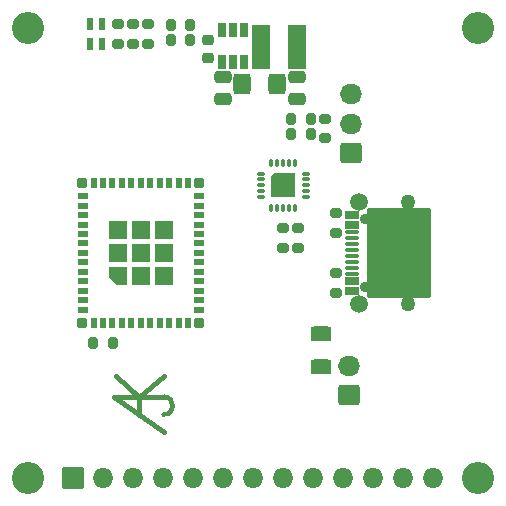
<source format=gbr>
%TF.GenerationSoftware,KiCad,Pcbnew,(6.0.2-0)*%
%TF.CreationDate,2022-03-18T09:55:05+00:00*%
%TF.ProjectId,Epaper154,45706170-6572-4313-9534-2e6b69636164,1*%
%TF.SameCoordinates,Original*%
%TF.FileFunction,Soldermask,Top*%
%TF.FilePolarity,Negative*%
%FSLAX46Y46*%
G04 Gerber Fmt 4.6, Leading zero omitted, Abs format (unit mm)*
G04 Created by KiCad (PCBNEW (6.0.2-0)) date 2022-03-18 09:55:05*
%MOMM*%
%LPD*%
G01*
G04 APERTURE LIST*
G04 Aperture macros list*
%AMRoundRect*
0 Rectangle with rounded corners*
0 $1 Rounding radius*
0 $2 $3 $4 $5 $6 $7 $8 $9 X,Y pos of 4 corners*
0 Add a 4 corners polygon primitive as box body*
4,1,4,$2,$3,$4,$5,$6,$7,$8,$9,$2,$3,0*
0 Add four circle primitives for the rounded corners*
1,1,$1+$1,$2,$3*
1,1,$1+$1,$4,$5*
1,1,$1+$1,$6,$7*
1,1,$1+$1,$8,$9*
0 Add four rect primitives between the rounded corners*
20,1,$1+$1,$2,$3,$4,$5,0*
20,1,$1+$1,$4,$5,$6,$7,0*
20,1,$1+$1,$6,$7,$8,$9,0*
20,1,$1+$1,$8,$9,$2,$3,0*%
%AMFreePoly0*
4,1,14,1.007071,1.007071,1.010000,1.000000,1.010000,-1.000000,1.007071,-1.007071,1.000000,-1.010000,-1.000000,-1.010000,-1.007071,-1.007071,-1.010000,-1.000000,-1.010000,0.750000,-1.007071,0.757071,-0.757071,1.007071,-0.750000,1.010000,1.000000,1.010000,1.007071,1.007071,1.007071,1.007071,$1*%
%AMFreePoly1*
4,1,14,0.732071,0.732071,0.735000,0.725000,0.735000,-0.725000,0.732071,-0.732071,0.725000,-0.735000,-0.725000,-0.735000,-0.732071,-0.732071,-0.735000,-0.725000,-0.735000,0.130500,-0.732071,0.137571,-0.137571,0.732071,-0.130500,0.735000,0.725000,0.735000,0.732071,0.732071,0.732071,0.732071,$1*%
G04 Aperture macros list end*
%ADD10C,0.450000*%
%ADD11C,2.720000*%
%ADD12RoundRect,0.072500X-0.287500X-0.062500X0.287500X-0.062500X0.287500X0.062500X-0.287500X0.062500X0*%
%ADD13RoundRect,0.072500X-0.062500X-0.287500X0.062500X-0.287500X0.062500X0.287500X-0.062500X0.287500X0*%
%ADD14FreePoly0,0.000000*%
%ADD15RoundRect,0.010000X0.570000X-0.300000X0.570000X0.300000X-0.570000X0.300000X-0.570000X-0.300000X0*%
%ADD16RoundRect,0.085000X0.495000X-0.075000X0.495000X0.075000X-0.495000X0.075000X-0.495000X-0.075000X0*%
%ADD17C,0.870000*%
%ADD18C,1.270000*%
%ADD19RoundRect,0.010000X2.625000X-3.750000X2.625000X3.750000X-2.625000X3.750000X-2.625000X-3.750000X0*%
%ADD20C,1.520000*%
%ADD21RoundRect,0.210000X-0.275000X0.200000X-0.275000X-0.200000X0.275000X-0.200000X0.275000X0.200000X0*%
%ADD22RoundRect,0.260000X0.675000X-0.600000X0.675000X0.600000X-0.675000X0.600000X-0.675000X-0.600000X0*%
%ADD23O,1.870000X1.720000*%
%ADD24RoundRect,0.210000X0.200000X0.275000X-0.200000X0.275000X-0.200000X-0.275000X0.200000X-0.275000X0*%
%ADD25RoundRect,0.235000X0.250000X-0.225000X0.250000X0.225000X-0.250000X0.225000X-0.250000X-0.225000X0*%
%ADD26RoundRect,0.010000X0.300000X-0.550000X0.300000X0.550000X-0.300000X0.550000X-0.300000X-0.550000X0*%
%ADD27RoundRect,0.259375X-0.463125X-0.625625X0.463125X-0.625625X0.463125X0.625625X-0.463125X0.625625X0*%
%ADD28RoundRect,0.010000X0.712500X-1.850000X0.712500X1.850000X-0.712500X1.850000X-0.712500X-1.850000X0*%
%ADD29RoundRect,0.260000X-0.475000X0.250000X-0.475000X-0.250000X0.475000X-0.250000X0.475000X0.250000X0*%
%ADD30RoundRect,0.210000X-0.200000X-0.275000X0.200000X-0.275000X0.200000X0.275000X-0.200000X0.275000X0*%
%ADD31RoundRect,0.010000X0.200000X-0.400000X0.200000X0.400000X-0.200000X0.400000X-0.200000X-0.400000X0*%
%ADD32RoundRect,0.010000X0.400000X-0.200000X0.400000X0.200000X-0.400000X0.200000X-0.400000X-0.200000X0*%
%ADD33FreePoly1,90.000000*%
%ADD34RoundRect,0.010000X0.725000X-0.725000X0.725000X0.725000X-0.725000X0.725000X-0.725000X-0.725000X0*%
%ADD35RoundRect,0.010000X0.350000X-0.350000X0.350000X0.350000X-0.350000X0.350000X-0.350000X-0.350000X0*%
%ADD36RoundRect,0.210000X0.275000X-0.200000X0.275000X0.200000X-0.275000X0.200000X-0.275000X-0.200000X0*%
%ADD37RoundRect,0.260000X0.625000X-0.375000X0.625000X0.375000X-0.625000X0.375000X-0.625000X-0.375000X0*%
%ADD38RoundRect,0.010000X0.850000X-0.850000X0.850000X0.850000X-0.850000X0.850000X-0.850000X-0.850000X0*%
%ADD39O,1.720000X1.720000*%
%ADD40RoundRect,0.010000X-0.250000X0.425000X-0.250000X-0.425000X0.250000X-0.425000X0.250000X0.425000X0*%
G04 APERTURE END LIST*
D10*
%TO.C,Logo1*%
X139378000Y-94742000D02*
X143578000Y-94742000D01*
X139478000Y-92942000D02*
X141478000Y-94742000D01*
X141478000Y-94742000D02*
X141478000Y-96242000D01*
X139378000Y-94742000D02*
X143578000Y-97742000D01*
X141478000Y-94742000D02*
X143578000Y-92942000D01*
X143578000Y-96242000D02*
G75*
G03*
X143578000Y-94742000I0J750000D01*
G01*
%TD*%
D11*
%TO.C,H2*%
X132080000Y-63500000D03*
%TD*%
D12*
%TO.C,U2*%
X151770000Y-75835000D03*
X151770000Y-76335000D03*
X151770000Y-76835000D03*
X151770000Y-77335000D03*
X151770000Y-77835000D03*
D13*
X152670000Y-78735000D03*
X153170000Y-78735000D03*
X153670000Y-78735000D03*
X154170000Y-78735000D03*
X154670000Y-78735000D03*
D12*
X155570000Y-77835000D03*
X155570000Y-77335000D03*
X155570000Y-76835000D03*
X155570000Y-76335000D03*
X155570000Y-75835000D03*
D13*
X154670000Y-74935000D03*
X154170000Y-74935000D03*
X153670000Y-74935000D03*
X153170000Y-74935000D03*
X152670000Y-74935000D03*
D14*
X153670000Y-76835000D03*
%TD*%
D15*
%TO.C,J1*%
X159510000Y-85750000D03*
X159510000Y-84950000D03*
D16*
X159510000Y-83800000D03*
X159510000Y-82800000D03*
X159510000Y-82300000D03*
X159510000Y-81300000D03*
D15*
X159510000Y-79350000D03*
X159510000Y-80150000D03*
D16*
X159510000Y-80800000D03*
X159510000Y-81800000D03*
X159510000Y-83300000D03*
X159510000Y-84300000D03*
D17*
X160580000Y-79660000D03*
D18*
X164260000Y-86870000D03*
D19*
X163495000Y-82550000D03*
D20*
X160090000Y-86870000D03*
D17*
X160580000Y-85440000D03*
D18*
X164260000Y-78230000D03*
D20*
X160090000Y-78230000D03*
%TD*%
D11*
%TO.C,H4*%
X170180000Y-101600000D03*
%TD*%
D21*
%TO.C,C4*%
X157226000Y-71244000D03*
X157226000Y-72794000D03*
%TD*%
D11*
%TO.C,H3*%
X132080000Y-101600000D03*
%TD*%
D22*
%TO.C,J3*%
X159402000Y-74128000D03*
D23*
X159402000Y-71628000D03*
X159402000Y-69128000D03*
%TD*%
D24*
%TO.C,R7*%
X156019000Y-72527000D03*
X154369000Y-72527000D03*
%TD*%
D22*
%TO.C,J2*%
X159275000Y-94595000D03*
D23*
X159275000Y-92095000D03*
%TD*%
D25*
%TO.C,U1*%
X147330000Y-66065000D03*
D26*
X150380000Y-63690000D03*
X150380000Y-66390000D03*
D27*
X150227500Y-68210000D03*
D25*
X147330000Y-64515000D03*
D28*
X151830000Y-65090000D03*
D26*
X148480000Y-66390000D03*
X149430000Y-66390000D03*
D29*
X148580000Y-67640000D03*
X148580000Y-69540000D03*
X154830000Y-69540000D03*
D26*
X149430000Y-63690000D03*
D27*
X153192500Y-68210000D03*
D29*
X154830000Y-67640000D03*
D28*
X154830000Y-65090000D03*
D26*
X148480000Y-63690000D03*
%TD*%
D21*
%TO.C,R11*%
X139700000Y-63183000D03*
X139700000Y-64833000D03*
%TD*%
D30*
%TO.C,R9*%
X137605000Y-90170000D03*
X139255000Y-90170000D03*
%TD*%
D24*
%TO.C,R1*%
X145796000Y-63246000D03*
X144146000Y-63246000D03*
%TD*%
D11*
%TO.C,H1*%
X170180000Y-63500000D03*
%TD*%
D31*
%TO.C,U3*%
X137623250Y-88450000D03*
X138423250Y-88450000D03*
X139223250Y-88450000D03*
X140023250Y-88450000D03*
X140823250Y-88450000D03*
X141623250Y-88450000D03*
X142423250Y-88450000D03*
X143223250Y-88450000D03*
X144023250Y-88450000D03*
X144823250Y-88450000D03*
X145623250Y-88450000D03*
D32*
X146523250Y-87350000D03*
X146523250Y-86550000D03*
X146523250Y-85750000D03*
X146523250Y-84950000D03*
X146523250Y-84150000D03*
X146523250Y-83350000D03*
X146523250Y-82550000D03*
X146523250Y-81750000D03*
X146523250Y-80950000D03*
X146523250Y-80150000D03*
X146523250Y-79350000D03*
X146523250Y-78550000D03*
X146523250Y-77750000D03*
D31*
X145623250Y-76650000D03*
X144823250Y-76650000D03*
X144023250Y-76650000D03*
X143223250Y-76650000D03*
X142423250Y-76650000D03*
X141623250Y-76650000D03*
X140823250Y-76650000D03*
X140023250Y-76650000D03*
X139223250Y-76650000D03*
X138423250Y-76650000D03*
X137623250Y-76650000D03*
D32*
X136723250Y-77750000D03*
X136723250Y-78550000D03*
X136723250Y-79350000D03*
X136723250Y-80150000D03*
X136723250Y-80950000D03*
X136723250Y-81750000D03*
X136723250Y-82550000D03*
X136723250Y-83350000D03*
X136723250Y-84150000D03*
X136723250Y-84950000D03*
X136723250Y-85750000D03*
X136723250Y-86550000D03*
X136723250Y-87350000D03*
D33*
X139648250Y-84525000D03*
D34*
X143598250Y-82550000D03*
X143598250Y-84525000D03*
X139648250Y-82550000D03*
X143598250Y-80575000D03*
X141623250Y-82550000D03*
X139648250Y-80575000D03*
X141623250Y-80575000D03*
X141623250Y-84525000D03*
D35*
X136673250Y-76600000D03*
X146573250Y-76600000D03*
X146573250Y-88500000D03*
X136673250Y-88500000D03*
%TD*%
D36*
%TO.C,R6*%
X153670000Y-82105000D03*
X153670000Y-80455000D03*
%TD*%
D37*
%TO.C,D2*%
X156845000Y-92205000D03*
X156845000Y-89405000D03*
%TD*%
D21*
%TO.C,R10*%
X140970000Y-63183000D03*
X140970000Y-64833000D03*
%TD*%
D30*
%TO.C,R8*%
X154369000Y-71257000D03*
X156019000Y-71257000D03*
%TD*%
D36*
%TO.C,R4*%
X158115000Y-80835000D03*
X158115000Y-79185000D03*
%TD*%
D21*
%TO.C,R3*%
X158115000Y-84265000D03*
X158115000Y-85915000D03*
%TD*%
%TO.C,R12*%
X142240000Y-63183000D03*
X142240000Y-64833000D03*
%TD*%
D38*
%TO.C,M1*%
X135890000Y-101600000D03*
D39*
X138430000Y-101600000D03*
X140970000Y-101600000D03*
X143510000Y-101600000D03*
X146050000Y-101600000D03*
X148590000Y-101600000D03*
X151130000Y-101600000D03*
X153670000Y-101600000D03*
X156210000Y-101600000D03*
X158750000Y-101600000D03*
X161290000Y-101600000D03*
X163830000Y-101600000D03*
X166370000Y-101600000D03*
%TD*%
D40*
%TO.C,D3*%
X137295000Y-64883000D03*
X137295000Y-63133000D03*
X138295000Y-63133000D03*
X138295000Y-64883000D03*
%TD*%
D30*
%TO.C,R2*%
X144146000Y-64516000D03*
X145796000Y-64516000D03*
%TD*%
D36*
%TO.C,R5*%
X154940000Y-82105000D03*
X154940000Y-80455000D03*
%TD*%
M02*

</source>
